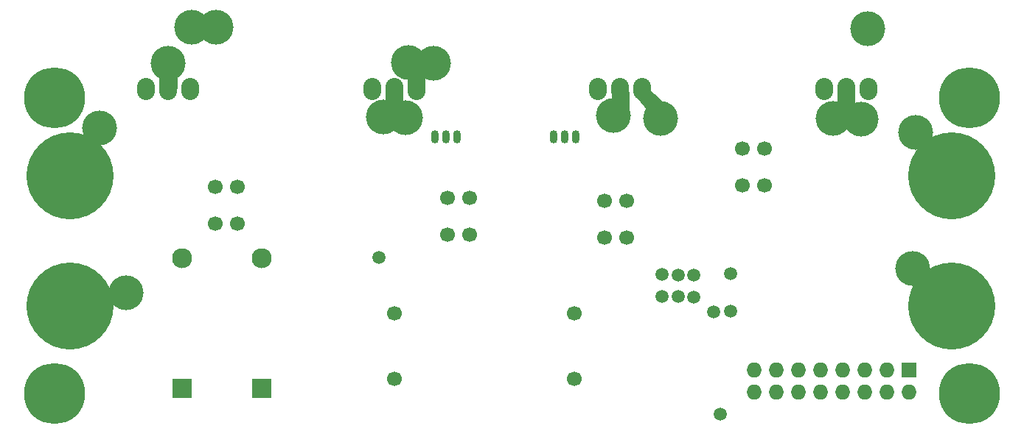
<source format=gbr>
G04 #@! TF.FileFunction,Soldermask,Bot*
%FSLAX46Y46*%
G04 Gerber Fmt 4.6, Leading zero omitted, Abs format (unit mm)*
G04 Created by KiCad (PCBNEW 4.0.1-stable) date 13.01.2016 23:47:25*
%MOMM*%
G01*
G04 APERTURE LIST*
%ADD10C,0.100000*%
%ADD11C,7.000000*%
%ADD12C,1.700000*%
%ADD13R,2.300000X2.300000*%
%ADD14C,2.300000*%
%ADD15O,0.899160X1.501140*%
%ADD16C,10.000000*%
%ADD17O,2.032000X2.540000*%
%ADD18R,1.727200X1.727200*%
%ADD19O,1.727200X1.727200*%
%ADD20C,1.500000*%
%ADD21C,4.000000*%
%ADD22C,0.254000*%
G04 APERTURE END LIST*
D10*
D11*
X135000000Y-41000000D03*
X240000000Y-41000000D03*
X240000000Y-75000000D03*
D12*
X194675000Y-73333000D03*
X194675000Y-65833000D03*
X173974000Y-73333000D03*
X173974000Y-65833000D03*
D13*
X149590000Y-74483000D03*
D14*
X149590000Y-59483000D03*
D13*
X158734000Y-74483000D03*
D14*
X158734000Y-59483000D03*
D15*
X179943000Y-45466000D03*
X178673000Y-45466000D03*
X181213000Y-45466000D03*
X193532000Y-45466000D03*
X192262000Y-45466000D03*
X194802000Y-45466000D03*
D12*
X182610000Y-52510000D03*
X180070000Y-52510000D03*
X182610000Y-56710000D03*
X180070000Y-56710000D03*
X155940000Y-51240000D03*
X153400000Y-51240000D03*
X155940000Y-55440000D03*
X153400000Y-55440000D03*
X200644000Y-52891000D03*
X198104000Y-52891000D03*
X200644000Y-57091000D03*
X198104000Y-57091000D03*
X213979000Y-51054000D03*
X216519000Y-51054000D03*
X213979000Y-46854000D03*
X216519000Y-46854000D03*
D16*
X136763000Y-65000000D03*
X136763000Y-50000000D03*
X238000000Y-50000000D03*
X238000000Y-65000000D03*
D11*
X135000000Y-75000000D03*
D17*
X148000000Y-40000000D03*
X150540000Y-40000000D03*
X145460000Y-40000000D03*
X173960000Y-40000000D03*
X176500000Y-40000000D03*
X171420000Y-40000000D03*
X199920000Y-40000000D03*
X202460000Y-40000000D03*
X197380000Y-40000000D03*
X225880000Y-40000000D03*
X228420000Y-40000000D03*
X223340000Y-40000000D03*
D18*
X233124000Y-72291000D03*
D19*
X233124000Y-74831000D03*
X230584000Y-72291000D03*
X230584000Y-74831000D03*
X228044000Y-72291000D03*
X228044000Y-74831000D03*
X225504000Y-72291000D03*
X225504000Y-74831000D03*
X222964000Y-72291000D03*
X222964000Y-74831000D03*
X220424000Y-72291000D03*
X220424000Y-74831000D03*
X217884000Y-72291000D03*
X217884000Y-74831000D03*
X215344000Y-72291000D03*
X215344000Y-74831000D03*
D20*
X172196000Y-59345958D03*
X210677000Y-65659000D03*
D21*
X175236820Y-43265853D03*
X172739869Y-43241445D03*
X143208000Y-63401000D03*
X199120000Y-43053000D03*
X140160001Y-44478000D03*
X153527000Y-32893000D03*
X150733000Y-32893000D03*
X228330000Y-33020000D03*
D20*
X204704148Y-61345334D03*
X204724000Y-63889020D03*
X211407000Y-77371000D03*
X212582000Y-61214000D03*
X212582000Y-65532000D03*
X206581000Y-61369000D03*
X206629000Y-63889020D03*
X208378895Y-63909229D03*
X208359000Y-61369000D03*
D21*
X178514000Y-36984998D03*
X175642331Y-36946598D03*
X233886000Y-44986000D03*
X148034000Y-36985012D03*
X204549000Y-43335000D03*
X224351690Y-43359378D03*
X227589472Y-43412657D03*
X233505000Y-60607000D03*
D22*
G36*
X148923000Y-39906000D02*
X147081500Y-39906000D01*
X147081500Y-37620000D01*
X148923000Y-37620000D01*
X148923000Y-39906000D01*
X148923000Y-39906000D01*
G37*
X148923000Y-39906000D02*
X147081500Y-39906000D01*
X147081500Y-37620000D01*
X148923000Y-37620000D01*
X148923000Y-39906000D01*
G36*
X174831000Y-42509500D02*
X173053000Y-42509500D01*
X173053000Y-40160000D01*
X174831000Y-40160000D01*
X174831000Y-42509500D01*
X174831000Y-42509500D01*
G37*
X174831000Y-42509500D02*
X173053000Y-42509500D01*
X173053000Y-40160000D01*
X174831000Y-40160000D01*
X174831000Y-42509500D01*
G36*
X177371000Y-39779000D02*
X175593000Y-39779000D01*
X175593000Y-37810500D01*
X177371000Y-37810500D01*
X177371000Y-39779000D01*
X177371000Y-39779000D01*
G37*
X177371000Y-39779000D02*
X175593000Y-39779000D01*
X175593000Y-37810500D01*
X177371000Y-37810500D01*
X177371000Y-39779000D01*
G36*
X200802500Y-42700000D02*
X199024500Y-42700000D01*
X199024500Y-40350500D01*
X200802500Y-40350500D01*
X200802500Y-42700000D01*
X200802500Y-42700000D01*
G37*
X200802500Y-42700000D02*
X199024500Y-42700000D01*
X199024500Y-40350500D01*
X200802500Y-40350500D01*
X200802500Y-42700000D01*
G36*
X204817196Y-41629129D02*
X203659601Y-42952095D01*
X201896816Y-40954272D01*
X202905607Y-39833394D01*
X204817196Y-41629129D01*
X204817196Y-41629129D01*
G37*
X204817196Y-41629129D02*
X203659601Y-42952095D01*
X201896816Y-40954272D01*
X202905607Y-39833394D01*
X204817196Y-41629129D01*
G36*
X226774000Y-42255500D02*
X224996000Y-42255500D01*
X224996000Y-40096500D01*
X226774000Y-40096500D01*
X226774000Y-42255500D01*
X226774000Y-42255500D01*
G37*
X226774000Y-42255500D02*
X224996000Y-42255500D01*
X224996000Y-40096500D01*
X226774000Y-40096500D01*
X226774000Y-42255500D01*
M02*

</source>
